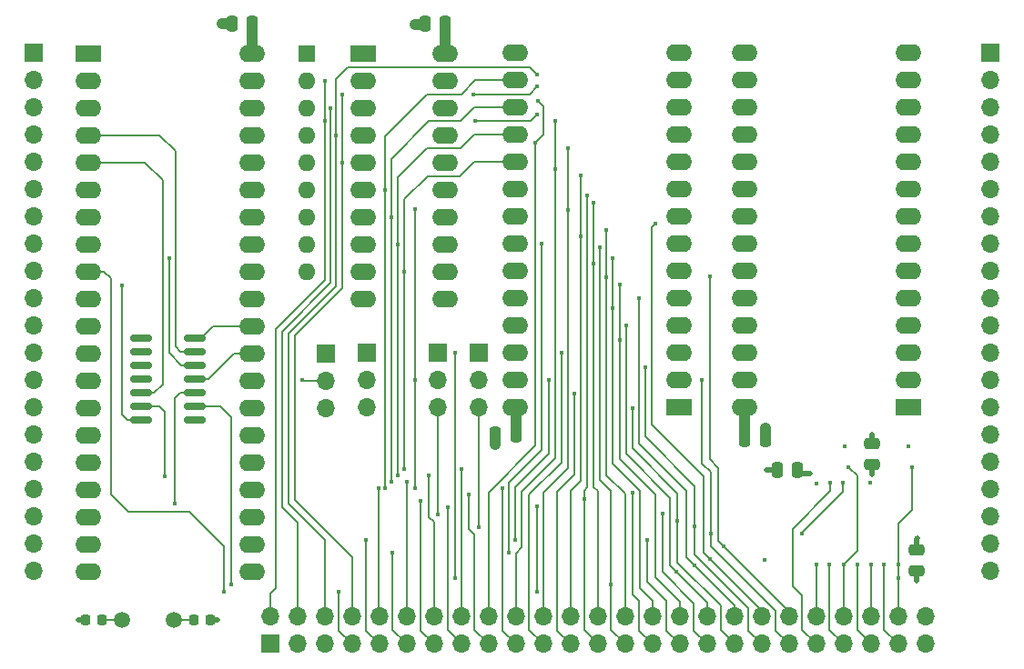
<source format=gbr>
%TF.GenerationSoftware,KiCad,Pcbnew,7.0.7*%
%TF.CreationDate,2023-10-02T10:19:24+01:00*%
%TF.ProjectId,8052-MCU,38303532-2d4d-4435-952e-6b696361645f,0.1*%
%TF.SameCoordinates,Original*%
%TF.FileFunction,Copper,L4,Bot*%
%TF.FilePolarity,Positive*%
%FSLAX46Y46*%
G04 Gerber Fmt 4.6, Leading zero omitted, Abs format (unit mm)*
G04 Created by KiCad (PCBNEW 7.0.7) date 2023-10-02 10:19:24*
%MOMM*%
%LPD*%
G01*
G04 APERTURE LIST*
G04 Aperture macros list*
%AMRoundRect*
0 Rectangle with rounded corners*
0 $1 Rounding radius*
0 $2 $3 $4 $5 $6 $7 $8 $9 X,Y pos of 4 corners*
0 Add a 4 corners polygon primitive as box body*
4,1,4,$2,$3,$4,$5,$6,$7,$8,$9,$2,$3,0*
0 Add four circle primitives for the rounded corners*
1,1,$1+$1,$2,$3*
1,1,$1+$1,$4,$5*
1,1,$1+$1,$6,$7*
1,1,$1+$1,$8,$9*
0 Add four rect primitives between the rounded corners*
20,1,$1+$1,$2,$3,$4,$5,0*
20,1,$1+$1,$4,$5,$6,$7,0*
20,1,$1+$1,$6,$7,$8,$9,0*
20,1,$1+$1,$8,$9,$2,$3,0*%
G04 Aperture macros list end*
%TA.AperFunction,ComponentPad*%
%ADD10R,2.400000X1.600000*%
%TD*%
%TA.AperFunction,ComponentPad*%
%ADD11O,2.400000X1.600000*%
%TD*%
%TA.AperFunction,ComponentPad*%
%ADD12R,1.700000X1.700000*%
%TD*%
%TA.AperFunction,ComponentPad*%
%ADD13O,1.700000X1.700000*%
%TD*%
%TA.AperFunction,ComponentPad*%
%ADD14R,1.600000X1.600000*%
%TD*%
%TA.AperFunction,ComponentPad*%
%ADD15O,1.600000X1.600000*%
%TD*%
%TA.AperFunction,ComponentPad*%
%ADD16C,1.500000*%
%TD*%
%TA.AperFunction,SMDPad,CuDef*%
%ADD17RoundRect,0.250000X-0.475000X0.250000X-0.475000X-0.250000X0.475000X-0.250000X0.475000X0.250000X0*%
%TD*%
%TA.AperFunction,SMDPad,CuDef*%
%ADD18RoundRect,0.150000X0.825000X0.150000X-0.825000X0.150000X-0.825000X-0.150000X0.825000X-0.150000X0*%
%TD*%
%TA.AperFunction,SMDPad,CuDef*%
%ADD19RoundRect,0.250000X0.475000X-0.250000X0.475000X0.250000X-0.475000X0.250000X-0.475000X-0.250000X0*%
%TD*%
%TA.AperFunction,SMDPad,CuDef*%
%ADD20RoundRect,0.225000X-0.225000X-0.250000X0.225000X-0.250000X0.225000X0.250000X-0.225000X0.250000X0*%
%TD*%
%TA.AperFunction,SMDPad,CuDef*%
%ADD21RoundRect,0.250000X0.250000X0.475000X-0.250000X0.475000X-0.250000X-0.475000X0.250000X-0.475000X0*%
%TD*%
%TA.AperFunction,SMDPad,CuDef*%
%ADD22RoundRect,0.225000X0.225000X0.250000X-0.225000X0.250000X-0.225000X-0.250000X0.225000X-0.250000X0*%
%TD*%
%TA.AperFunction,SMDPad,CuDef*%
%ADD23RoundRect,0.250000X-0.250000X-0.475000X0.250000X-0.475000X0.250000X0.475000X-0.250000X0.475000X0*%
%TD*%
%TA.AperFunction,ViaPad*%
%ADD24C,0.450000*%
%TD*%
%TA.AperFunction,ViaPad*%
%ADD25C,0.650000*%
%TD*%
%TA.AperFunction,Conductor*%
%ADD26C,0.200000*%
%TD*%
%TA.AperFunction,Conductor*%
%ADD27C,0.500000*%
%TD*%
%TA.AperFunction,Conductor*%
%ADD28C,1.000000*%
%TD*%
G04 APERTURE END LIST*
D10*
%TO.P,U2,1,OE*%
%TO.N,GND*%
X86650000Y-54975000D03*
D11*
%TO.P,U2,2,D0*%
%TO.N,/D0*%
X86650000Y-57515000D03*
%TO.P,U2,3,D1*%
%TO.N,/D1*%
X86650000Y-60055000D03*
%TO.P,U2,4,D2*%
%TO.N,/D2*%
X86650000Y-62595000D03*
%TO.P,U2,5,D3*%
%TO.N,/D3*%
X86650000Y-65135000D03*
%TO.P,U2,6,D4*%
%TO.N,/D4*%
X86650000Y-67675000D03*
%TO.P,U2,7,D5*%
%TO.N,/D5*%
X86650000Y-70215000D03*
%TO.P,U2,8,D6*%
%TO.N,/D6*%
X86650000Y-72755000D03*
%TO.P,U2,9,D7*%
%TO.N,/D7*%
X86650000Y-75295000D03*
%TO.P,U2,10,GND*%
%TO.N,GND*%
X86650000Y-77835000D03*
%TO.P,U2,11,Load*%
%TO.N,/~{LD}*%
X94270000Y-77835000D03*
%TO.P,U2,12,Q7*%
%TO.N,/A7*%
X94270000Y-75295000D03*
%TO.P,U2,13,Q6*%
%TO.N,/A6*%
X94270000Y-72755000D03*
%TO.P,U2,14,Q5*%
%TO.N,/A5*%
X94270000Y-70215000D03*
%TO.P,U2,15,Q4*%
%TO.N,/A4*%
X94270000Y-67675000D03*
%TO.P,U2,16,Q3*%
%TO.N,/A3*%
X94270000Y-65135000D03*
%TO.P,U2,17,Q2*%
%TO.N,/A2*%
X94270000Y-62595000D03*
%TO.P,U2,18,Q1*%
%TO.N,/A1*%
X94270000Y-60055000D03*
%TO.P,U2,19,Q0*%
%TO.N,/A0*%
X94270000Y-57515000D03*
%TO.P,U2,20,VCC*%
%TO.N,+5V*%
X94270000Y-54975000D03*
%TD*%
D12*
%TO.P,JP2,1,A*%
%TO.N,/0000H*%
X93600000Y-82870000D03*
D13*
%TO.P,JP2,2,C*%
%TO.N,/~{RAM}*%
X93600000Y-85410000D03*
%TO.P,JP2,3,B*%
%TO.N,/A15*%
X93600000Y-87950000D03*
%TD*%
D10*
%TO.P,U1,1,P1.0*%
%TO.N,/P1.0*%
X61100000Y-55000000D03*
D11*
%TO.P,U1,2,P1.1*%
%TO.N,/P1.1*%
X61100000Y-57540000D03*
%TO.P,U1,3,P1.2*%
%TO.N,/P1.2{slash}PWM*%
X61100000Y-60080000D03*
%TO.P,U1,4,P1.3*%
%TO.N,/P1.3{slash}~{ALEDIS}*%
X61100000Y-62620000D03*
%TO.P,U1,5,P1.4*%
%TO.N,/P1.4{slash}~{PMGPULSE}*%
X61100000Y-65160000D03*
%TO.P,U1,6,P1.5*%
%TO.N,/P1.5{slash}~{PGMEN}*%
X61100000Y-67700000D03*
%TO.P,U1,7,P1.6*%
%TO.N,/P1.6{slash}~{DMA_ACK}*%
X61100000Y-70240000D03*
%TO.P,U1,8,P1.7*%
%TO.N,/P1.7{slash}~{LTP}*%
X61100000Y-72780000D03*
%TO.P,U1,9,RST/VPP*%
%TO.N,/RESET*%
X61100000Y-75320000D03*
%TO.P,U1,10,P3.0*%
%TO.N,/P3.0{slash}RXD*%
X61100000Y-77860000D03*
%TO.P,U1,11,P3.1*%
%TO.N,/P3.1{slash}TXD*%
X61100000Y-80400000D03*
%TO.P,U1,12,P3.2*%
%TO.N,/P3.2{slash}~{INT0}*%
X61100000Y-82940000D03*
%TO.P,U1,13,P3.3*%
%TO.N,/P3.3{slash}~{INT1}*%
X61100000Y-85480000D03*
%TO.P,U1,14,P3.4*%
%TO.N,/P3.4{slash}T0*%
X61100000Y-88020000D03*
%TO.P,U1,15,P3.5*%
%TO.N,/P3.5{slash}T1*%
X61100000Y-90560000D03*
%TO.P,U1,16,(~{WR})P3.6*%
%TO.N,/~{WR}*%
X61100000Y-93100000D03*
%TO.P,U1,17,(~{RD})P3.7*%
%TO.N,/~{RD}*%
X61100000Y-95640000D03*
%TO.P,U1,18,XTAL2*%
%TO.N,Net-(U1-XTAL2)*%
X61100000Y-98180000D03*
%TO.P,U1,19,XTAL1*%
%TO.N,Net-(U1-XTAL1)*%
X61100000Y-100720000D03*
%TO.P,U1,20,GND*%
%TO.N,GND*%
X61100000Y-103260000D03*
%TO.P,U1,21,P2.0*%
%TO.N,/A8*%
X76340000Y-103260000D03*
%TO.P,U1,22,P2.1*%
%TO.N,/A9*%
X76340000Y-100720000D03*
%TO.P,U1,23,P2.2*%
%TO.N,/A10*%
X76340000Y-98180000D03*
%TO.P,U1,24,P2.3*%
%TO.N,/A11*%
X76340000Y-95640000D03*
%TO.P,U1,25,P2.4*%
%TO.N,/A12*%
X76340000Y-93100000D03*
%TO.P,U1,26,P2.5*%
%TO.N,/A13*%
X76340000Y-90560000D03*
%TO.P,U1,27,P2.6*%
%TO.N,/A14*%
X76340000Y-88020000D03*
%TO.P,U1,28,P2.7*%
%TO.N,/A15*%
X76340000Y-85480000D03*
%TO.P,U1,29,~{PSEN}*%
%TO.N,/~{PSEN}*%
X76340000Y-82940000D03*
%TO.P,U1,30,ALE/~{PROG}*%
%TO.N,/ALE*%
X76340000Y-80400000D03*
%TO.P,U1,31,~{EA}/VPP*%
%TO.N,/~{EA}*%
X76340000Y-77860000D03*
%TO.P,U1,32,P0.7*%
%TO.N,/D7*%
X76340000Y-75320000D03*
%TO.P,U1,33,P0.6*%
%TO.N,/D6*%
X76340000Y-72780000D03*
%TO.P,U1,34,P0.5*%
%TO.N,/D5*%
X76340000Y-70240000D03*
%TO.P,U1,35,P0.4*%
%TO.N,/D4*%
X76340000Y-67700000D03*
%TO.P,U1,36,P0.3*%
%TO.N,/D3*%
X76340000Y-65160000D03*
%TO.P,U1,37,P0.2*%
%TO.N,/D2*%
X76340000Y-62620000D03*
%TO.P,U1,38,P0.1*%
%TO.N,/D1*%
X76340000Y-60080000D03*
%TO.P,U1,39,P0.0*%
%TO.N,/D0*%
X76340000Y-57540000D03*
%TO.P,U1,40,VCC*%
%TO.N,+5V*%
X76340000Y-55000000D03*
%TD*%
D12*
%TO.P,JP4,1,A*%
%TO.N,+5V*%
X97400000Y-82870000D03*
D13*
%TO.P,JP4,2,C*%
%TO.N,/A13{slash}RAM*%
X97400000Y-85410000D03*
%TO.P,JP4,3,B*%
%TO.N,/A13*%
X97400000Y-87950000D03*
%TD*%
D10*
%TO.P,U4,1,A14*%
%TO.N,/A14*%
X137375000Y-87975000D03*
D11*
%TO.P,U4,2,A12*%
%TO.N,/A12*%
X137375000Y-85435000D03*
%TO.P,U4,3,A7*%
%TO.N,/A7*%
X137375000Y-82895000D03*
%TO.P,U4,4,A6*%
%TO.N,/A6*%
X137375000Y-80355000D03*
%TO.P,U4,5,A5*%
%TO.N,/A5*%
X137375000Y-77815000D03*
%TO.P,U4,6,A4*%
%TO.N,/A4*%
X137375000Y-75275000D03*
%TO.P,U4,7,A3*%
%TO.N,/A3*%
X137375000Y-72735000D03*
%TO.P,U4,8,A2*%
%TO.N,/A2*%
X137375000Y-70195000D03*
%TO.P,U4,9,A1*%
%TO.N,/A1*%
X137375000Y-67655000D03*
%TO.P,U4,10,A0*%
%TO.N,/A0*%
X137375000Y-65115000D03*
%TO.P,U4,11,D0*%
%TO.N,/D0*%
X137375000Y-62575000D03*
%TO.P,U4,12,D1*%
%TO.N,/D1*%
X137375000Y-60035000D03*
%TO.P,U4,13,D2*%
%TO.N,/D2*%
X137375000Y-57495000D03*
%TO.P,U4,14,GND*%
%TO.N,GND*%
X137375000Y-54955000D03*
%TO.P,U4,15,D3*%
%TO.N,/D3*%
X122135000Y-54955000D03*
%TO.P,U4,16,D4*%
%TO.N,/D4*%
X122135000Y-57495000D03*
%TO.P,U4,17,D5*%
%TO.N,/D5*%
X122135000Y-60035000D03*
%TO.P,U4,18,D6*%
%TO.N,/D6*%
X122135000Y-62575000D03*
%TO.P,U4,19,D7*%
%TO.N,/D7*%
X122135000Y-65115000D03*
%TO.P,U4,20,~{CE}*%
%TO.N,/~{NVRAM}*%
X122135000Y-67655000D03*
%TO.P,U4,21,A10*%
%TO.N,/A10*%
X122135000Y-70195000D03*
%TO.P,U4,22,~{OE}*%
%TO.N,/RD_ANY*%
X122135000Y-72735000D03*
%TO.P,U4,23,A11*%
%TO.N,/A11*%
X122135000Y-75275000D03*
%TO.P,U4,24,A9*%
%TO.N,/A9*%
X122135000Y-77815000D03*
%TO.P,U4,25,A8*%
%TO.N,/A8*%
X122135000Y-80355000D03*
%TO.P,U4,26,A13*%
%TO.N,/A13*%
X122135000Y-82895000D03*
%TO.P,U4,27,~{WE}*%
%TO.N,/~{WR_NVRAM}*%
X122135000Y-85435000D03*
%TO.P,U4,28,VCC*%
%TO.N,+5V*%
X122135000Y-87975000D03*
%TD*%
D12*
%TO.P,J3,1,Pin_1*%
%TO.N,unconnected-(J3-Pin_1-Pad1)*%
X145000000Y-54940000D03*
D13*
%TO.P,J3,2,Pin_2*%
%TO.N,unconnected-(J3-Pin_2-Pad2)*%
X145000000Y-57480000D03*
%TO.P,J3,3,Pin_3*%
%TO.N,unconnected-(J3-Pin_3-Pad3)*%
X145000000Y-60020000D03*
%TO.P,J3,4,Pin_4*%
%TO.N,unconnected-(J3-Pin_4-Pad4)*%
X145000000Y-62560000D03*
%TO.P,J3,5,Pin_5*%
%TO.N,unconnected-(J3-Pin_5-Pad5)*%
X145000000Y-65100000D03*
%TO.P,J3,6,Pin_6*%
%TO.N,unconnected-(J3-Pin_6-Pad6)*%
X145000000Y-67640000D03*
%TO.P,J3,7,Pin_7*%
%TO.N,unconnected-(J3-Pin_7-Pad7)*%
X145000000Y-70180000D03*
%TO.P,J3,8,Pin_8*%
%TO.N,unconnected-(J3-Pin_8-Pad8)*%
X145000000Y-72720000D03*
%TO.P,J3,9,Pin_9*%
%TO.N,unconnected-(J3-Pin_9-Pad9)*%
X145000000Y-75260000D03*
%TO.P,J3,10,Pin_10*%
%TO.N,unconnected-(J3-Pin_10-Pad10)*%
X145000000Y-77800000D03*
%TO.P,J3,11,Pin_11*%
%TO.N,unconnected-(J3-Pin_11-Pad11)*%
X145000000Y-80340000D03*
%TO.P,J3,12,Pin_12*%
%TO.N,unconnected-(J3-Pin_12-Pad12)*%
X145000000Y-82880000D03*
%TO.P,J3,13,Pin_13*%
%TO.N,unconnected-(J3-Pin_13-Pad13)*%
X145000000Y-85420000D03*
%TO.P,J3,14,Pin_14*%
%TO.N,unconnected-(J3-Pin_14-Pad14)*%
X145000000Y-87960000D03*
%TO.P,J3,15,Pin_15*%
%TO.N,unconnected-(J3-Pin_15-Pad15)*%
X145000000Y-90500000D03*
%TO.P,J3,16,Pin_16*%
%TO.N,unconnected-(J3-Pin_16-Pad16)*%
X145000000Y-93040000D03*
%TO.P,J3,17,Pin_17*%
%TO.N,unconnected-(J3-Pin_17-Pad17)*%
X145000000Y-95580000D03*
%TO.P,J3,18,Pin_18*%
%TO.N,unconnected-(J3-Pin_18-Pad18)*%
X145000000Y-98120000D03*
%TO.P,J3,19,Pin_19*%
%TO.N,unconnected-(J3-Pin_19-Pad19)*%
X145000000Y-100660000D03*
%TO.P,J3,20,Pin_20*%
%TO.N,unconnected-(J3-Pin_20-Pad20)*%
X145000000Y-103200000D03*
%TD*%
D12*
%TO.P,J2,1,Pin_1*%
%TO.N,/P1.0*%
X56000000Y-54950000D03*
D13*
%TO.P,J2,2,Pin_2*%
%TO.N,/P1.1*%
X56000000Y-57490000D03*
%TO.P,J2,3,Pin_3*%
%TO.N,/P1.2{slash}PWM*%
X56000000Y-60030000D03*
%TO.P,J2,4,Pin_4*%
%TO.N,/P1.3{slash}~{ALEDIS}*%
X56000000Y-62570000D03*
%TO.P,J2,5,Pin_5*%
%TO.N,/P1.4{slash}~{PMGPULSE}*%
X56000000Y-65110000D03*
%TO.P,J2,6,Pin_6*%
%TO.N,/P1.5{slash}~{PGMEN}*%
X56000000Y-67650000D03*
%TO.P,J2,7,Pin_7*%
%TO.N,/P1.6{slash}~{DMA_ACK}*%
X56000000Y-70190000D03*
%TO.P,J2,8,Pin_8*%
%TO.N,/P1.7{slash}~{LTP}*%
X56000000Y-72730000D03*
%TO.P,J2,9,Pin_9*%
%TO.N,GND*%
X56000000Y-75270000D03*
%TO.P,J2,10,Pin_10*%
%TO.N,/P3.0{slash}RXD*%
X56000000Y-77810000D03*
%TO.P,J2,11,Pin_11*%
%TO.N,/P3.1{slash}TXD*%
X56000000Y-80350000D03*
%TO.P,J2,12,Pin_12*%
%TO.N,/P3.2{slash}~{INT0}*%
X56000000Y-82890000D03*
%TO.P,J2,13,Pin_13*%
%TO.N,/P3.3{slash}~{INT1}*%
X56000000Y-85430000D03*
%TO.P,J2,14,Pin_14*%
%TO.N,/P3.4{slash}T0*%
X56000000Y-87970000D03*
%TO.P,J2,15,Pin_15*%
%TO.N,/P3.5{slash}T1*%
X56000000Y-90510000D03*
%TO.P,J2,16,Pin_16*%
%TO.N,/~{WR}*%
X56000000Y-93050000D03*
%TO.P,J2,17,Pin_17*%
%TO.N,/~{RD}*%
X56000000Y-95590000D03*
%TO.P,J2,18,Pin_18*%
%TO.N,GND*%
X56000000Y-98130000D03*
%TO.P,J2,19,Pin_19*%
%TO.N,+5V*%
X56000000Y-100670000D03*
%TO.P,J2,20,Pin_20*%
X56000000Y-103210000D03*
%TD*%
D12*
%TO.P,J1,1,Pin_1*%
%TO.N,+5V*%
X78000000Y-110000000D03*
D13*
%TO.P,J1,2,Pin_2*%
%TO.N,/D0*%
X78000000Y-107460000D03*
%TO.P,J1,3,Pin_3*%
%TO.N,GND*%
X80540000Y-110000000D03*
%TO.P,J1,4,Pin_4*%
%TO.N,/D1*%
X80540000Y-107460000D03*
%TO.P,J1,5,Pin_5*%
%TO.N,/CLK_EXT*%
X83080000Y-110000000D03*
%TO.P,J1,6,Pin_6*%
%TO.N,/D2*%
X83080000Y-107460000D03*
%TO.P,J1,7,Pin_7*%
%TO.N,/RESET*%
X85620000Y-110000000D03*
%TO.P,J1,8,Pin_8*%
%TO.N,/D3*%
X85620000Y-107460000D03*
%TO.P,J1,9,Pin_9*%
%TO.N,/~{WR}*%
X88160000Y-110000000D03*
%TO.P,J1,10,Pin_10*%
%TO.N,/D4*%
X88160000Y-107460000D03*
%TO.P,J1,11,Pin_11*%
%TO.N,/~{RD}*%
X90700000Y-110000000D03*
%TO.P,J1,12,Pin_12*%
%TO.N,/D5*%
X90700000Y-107460000D03*
%TO.P,J1,13,Pin_13*%
%TO.N,/ALE*%
X93240000Y-110000000D03*
%TO.P,J1,14,Pin_14*%
%TO.N,/D6*%
X93240000Y-107460000D03*
%TO.P,J1,15,Pin_15*%
%TO.N,/~{PSEN}*%
X95780000Y-110000000D03*
%TO.P,J1,16,Pin_16*%
%TO.N,/D7*%
X95780000Y-107460000D03*
%TO.P,J1,17,Pin_17*%
%TO.N,/~{EA}*%
X98320000Y-110000000D03*
%TO.P,J1,18,Pin_18*%
%TO.N,/A0*%
X98320000Y-107460000D03*
%TO.P,J1,19,Pin_19*%
%TO.N,/~{RAM}*%
X100860000Y-110000000D03*
%TO.P,J1,20,Pin_20*%
%TO.N,/A1*%
X100860000Y-107460000D03*
%TO.P,J1,21,Pin_21*%
%TO.N,/A13{slash}RAM*%
X103400000Y-110000000D03*
%TO.P,J1,22,Pin_22*%
%TO.N,/A2*%
X103400000Y-107460000D03*
%TO.P,J1,23,Pin_23*%
%TO.N,/~{WR_NVRAM}*%
X105940000Y-110000000D03*
%TO.P,J1,24,Pin_24*%
%TO.N,/A3*%
X105940000Y-107460000D03*
%TO.P,J1,25,Pin_25*%
%TO.N,/~{NVRAM}*%
X108480000Y-110000000D03*
%TO.P,J1,26,Pin_26*%
%TO.N,/A4*%
X108480000Y-107460000D03*
%TO.P,J1,27,Pin_27*%
%TO.N,/RD_ANY*%
X111020000Y-110000000D03*
%TO.P,J1,28,Pin_28*%
%TO.N,/A5*%
X111020000Y-107460000D03*
%TO.P,J1,29,Pin_29*%
%TO.N,/CS_EX_ROM*%
X113560000Y-110000000D03*
%TO.P,J1,30,Pin_30*%
%TO.N,/A6*%
X113560000Y-107460000D03*
%TO.P,J1,31,Pin_31*%
%TO.N,/DECODER*%
X116100000Y-110000000D03*
%TO.P,J1,32,Pin_32*%
%TO.N,/A7*%
X116100000Y-107460000D03*
%TO.P,J1,33,Pin_33*%
%TO.N,/A15*%
X118640000Y-110000000D03*
%TO.P,J1,34,Pin_34*%
%TO.N,/A8*%
X118640000Y-107460000D03*
%TO.P,J1,35,Pin_35*%
%TO.N,/A14*%
X121180000Y-110000000D03*
%TO.P,J1,36,Pin_36*%
%TO.N,/A9*%
X121180000Y-107460000D03*
%TO.P,J1,37,Pin_37*%
%TO.N,/A13*%
X123720000Y-110000000D03*
%TO.P,J1,38,Pin_38*%
%TO.N,/A10*%
X123720000Y-107460000D03*
%TO.P,J1,39,Pin_39*%
%TO.N,/A12*%
X126260000Y-110000000D03*
%TO.P,J1,40,Pin_40*%
%TO.N,/A11*%
X126260000Y-107460000D03*
%TO.P,J1,41,Pin_41*%
%TO.N,/E000H*%
X128800000Y-110000000D03*
%TO.P,J1,42,Pin_42*%
%TO.N,/C000H*%
X128800000Y-107460000D03*
%TO.P,J1,43,Pin_43*%
%TO.N,/A000H*%
X131340000Y-110000000D03*
%TO.P,J1,44,Pin_44*%
%TO.N,/8000H*%
X131340000Y-107460000D03*
%TO.P,J1,45,Pin_45*%
%TO.N,/6000H*%
X133880000Y-110000000D03*
%TO.P,J1,46,Pin_46*%
%TO.N,/4000H*%
X133880000Y-107460000D03*
%TO.P,J1,47,Pin_47*%
%TO.N,/2000H*%
X136420000Y-110000000D03*
%TO.P,J1,48,Pin_48*%
%TO.N,/0000H*%
X136420000Y-107460000D03*
%TO.P,J1,49,Pin_49*%
%TO.N,GND*%
X138960000Y-110000000D03*
%TO.P,J1,50,Pin_50*%
%TO.N,+5V*%
X138960000Y-107460000D03*
%TD*%
D12*
%TO.P,JP1,1,A*%
%TO.N,+5V*%
X87000000Y-82910000D03*
D13*
%TO.P,JP1,2,C*%
%TO.N,/~{WR_NVRAM}*%
X87000000Y-85450000D03*
%TO.P,JP1,3,B*%
%TO.N,Net-(JP1-B)*%
X87000000Y-87990000D03*
%TD*%
D14*
%TO.P,RN1,1,common*%
%TO.N,+5V*%
X81400000Y-55025000D03*
D15*
%TO.P,RN1,2,R1*%
%TO.N,/D0*%
X81400000Y-57565000D03*
%TO.P,RN1,3,R2*%
%TO.N,/D1*%
X81400000Y-60105000D03*
%TO.P,RN1,4,R3*%
%TO.N,/D2*%
X81400000Y-62645000D03*
%TO.P,RN1,5,R4*%
%TO.N,/D3*%
X81400000Y-65185000D03*
%TO.P,RN1,6,R5*%
%TO.N,/D4*%
X81400000Y-67725000D03*
%TO.P,RN1,7,R6*%
%TO.N,/D5*%
X81400000Y-70265000D03*
%TO.P,RN1,8,R7*%
%TO.N,/D6*%
X81400000Y-72805000D03*
%TO.P,RN1,9,R8*%
%TO.N,/D7*%
X81400000Y-75345000D03*
%TD*%
D10*
%TO.P,U3,1,A14*%
%TO.N,/A14*%
X116075000Y-87975000D03*
D11*
%TO.P,U3,2,A12*%
%TO.N,/A12*%
X116075000Y-85435000D03*
%TO.P,U3,3,A7*%
%TO.N,/A7*%
X116075000Y-82895000D03*
%TO.P,U3,4,A6*%
%TO.N,/A6*%
X116075000Y-80355000D03*
%TO.P,U3,5,A5*%
%TO.N,/A5*%
X116075000Y-77815000D03*
%TO.P,U3,6,A4*%
%TO.N,/A4*%
X116075000Y-75275000D03*
%TO.P,U3,7,A3*%
%TO.N,/A3*%
X116075000Y-72735000D03*
%TO.P,U3,8,A2*%
%TO.N,/A2*%
X116075000Y-70195000D03*
%TO.P,U3,9,A1*%
%TO.N,/A1*%
X116075000Y-67655000D03*
%TO.P,U3,10,A0*%
%TO.N,/A0*%
X116075000Y-65115000D03*
%TO.P,U3,11,D0*%
%TO.N,/D0*%
X116075000Y-62575000D03*
%TO.P,U3,12,D1*%
%TO.N,/D1*%
X116075000Y-60035000D03*
%TO.P,U3,13,D2*%
%TO.N,/D2*%
X116075000Y-57495000D03*
%TO.P,U3,14,GND*%
%TO.N,GND*%
X116075000Y-54955000D03*
%TO.P,U3,15,D3*%
%TO.N,/D3*%
X100835000Y-54955000D03*
%TO.P,U3,16,D4*%
%TO.N,/D4*%
X100835000Y-57495000D03*
%TO.P,U3,17,D5*%
%TO.N,/D5*%
X100835000Y-60035000D03*
%TO.P,U3,18,D6*%
%TO.N,/D6*%
X100835000Y-62575000D03*
%TO.P,U3,19,D7*%
%TO.N,/D7*%
X100835000Y-65115000D03*
%TO.P,U3,20,~{CE}*%
%TO.N,/~{RAM}*%
X100835000Y-67655000D03*
%TO.P,U3,21,A10*%
%TO.N,/A10*%
X100835000Y-70195000D03*
%TO.P,U3,22,~{OE}*%
%TO.N,/~{RD}*%
X100835000Y-72735000D03*
%TO.P,U3,23,A11*%
%TO.N,/A11*%
X100835000Y-75275000D03*
%TO.P,U3,24,A9*%
%TO.N,/A9*%
X100835000Y-77815000D03*
%TO.P,U3,25,A8*%
%TO.N,/A8*%
X100835000Y-80355000D03*
%TO.P,U3,26,A13*%
%TO.N,/A13{slash}RAM*%
X100835000Y-82895000D03*
%TO.P,U3,27,~{WE}*%
%TO.N,/~{WR}*%
X100835000Y-85435000D03*
%TO.P,U3,28,VCC*%
%TO.N,+5V*%
X100835000Y-87975000D03*
%TD*%
D12*
%TO.P,JP3,1,A*%
%TO.N,+5V*%
X83200000Y-82925000D03*
D13*
%TO.P,JP3,2,C*%
%TO.N,/~{EA}*%
X83200000Y-85465000D03*
%TO.P,JP3,3,B*%
%TO.N,GND*%
X83200000Y-88005000D03*
%TD*%
D16*
%TO.P,Y1,1,1*%
%TO.N,Net-(U1-XTAL2)*%
X69075000Y-107800000D03*
%TO.P,Y1,2,2*%
%TO.N,Net-(U1-XTAL1)*%
X64195000Y-107800000D03*
%TD*%
D17*
%TO.P,C10,1*%
%TO.N,GND*%
X134000000Y-91350000D03*
%TO.P,C10,2*%
%TO.N,+5V*%
X134000000Y-93250000D03*
%TD*%
D18*
%TO.P,U11,1*%
%TO.N,/ALE*%
X70975000Y-81490000D03*
%TO.P,U11,2*%
%TO.N,/P1.3{slash}~{ALEDIS}*%
X70975000Y-82760000D03*
%TO.P,U11,3*%
%TO.N,/~{LD}*%
X70975000Y-84030000D03*
%TO.P,U11,4*%
%TO.N,/~{PSEN}*%
X70975000Y-85300000D03*
%TO.P,U11,5*%
%TO.N,/~{RD}*%
X70975000Y-86570000D03*
%TO.P,U11,6*%
%TO.N,/RD_ANY*%
X70975000Y-87840000D03*
%TO.P,U11,7*%
%TO.N,N/C*%
X70975000Y-89110000D03*
%TO.P,U11,8*%
%TO.N,Net-(JP1-B)*%
X66025000Y-89110000D03*
%TO.P,U11,9*%
%TO.N,/~{WR}*%
X66025000Y-87840000D03*
%TO.P,U11,10*%
%TO.N,/P1.4{slash}~{PMGPULSE}*%
X66025000Y-86570000D03*
%TO.P,U11,11*%
%TO.N,unconnected-(U11-Pad11)*%
X66025000Y-85300000D03*
%TO.P,U11,12*%
%TO.N,unconnected-(U11-Pad12)*%
X66025000Y-84030000D03*
%TO.P,U11,13*%
%TO.N,unconnected-(U11-Pad13)*%
X66025000Y-82760000D03*
%TO.P,U11,14*%
%TO.N,N/C*%
X66025000Y-81490000D03*
%TD*%
D19*
%TO.P,C11,1*%
%TO.N,GND*%
X138100000Y-103150000D03*
%TO.P,C11,2*%
%TO.N,+5V*%
X138100000Y-101250000D03*
%TD*%
D20*
%TO.P,C3,1*%
%TO.N,GND*%
X60800000Y-107800000D03*
%TO.P,C3,2*%
%TO.N,Net-(U1-XTAL1)*%
X62350000Y-107800000D03*
%TD*%
D21*
%TO.P,C6,1*%
%TO.N,GND*%
X124050000Y-90900000D03*
%TO.P,C6,2*%
%TO.N,+5V*%
X122150000Y-90900000D03*
%TD*%
D22*
%TO.P,C4,1*%
%TO.N,GND*%
X72450000Y-107800000D03*
%TO.P,C4,2*%
%TO.N,Net-(U1-XTAL2)*%
X70900000Y-107800000D03*
%TD*%
D23*
%TO.P,C2,1*%
%TO.N,GND*%
X92400000Y-52250000D03*
%TO.P,C2,2*%
%TO.N,+5V*%
X94300000Y-52250000D03*
%TD*%
%TO.P,C12,1*%
%TO.N,GND*%
X125150000Y-93800000D03*
%TO.P,C12,2*%
%TO.N,+5V*%
X127050000Y-93800000D03*
%TD*%
%TO.P,C1,1*%
%TO.N,GND*%
X74450000Y-52250000D03*
%TO.P,C1,2*%
%TO.N,+5V*%
X76350000Y-52250000D03*
%TD*%
%TO.P,C5,1*%
%TO.N,GND*%
X98950000Y-90500000D03*
%TO.P,C5,2*%
%TO.N,+5V*%
X100850000Y-90500000D03*
%TD*%
D24*
%TO.N,/RESET*%
X102800000Y-97200000D03*
X73700000Y-105100000D03*
X102800000Y-105100000D03*
X84400000Y-105100000D03*
%TO.N,/~{WR}*%
X86900000Y-100300000D03*
X103900000Y-85435000D03*
X100800000Y-100300000D03*
X68200000Y-94400000D03*
%TO.N,/~{RD}*%
X89400000Y-101500000D03*
X69150000Y-96900000D03*
X103300000Y-72735000D03*
X100200000Y-101500000D03*
%TO.N,/A8*%
X115800000Y-103300000D03*
X111100000Y-80350000D03*
%TO.N,/A9*%
X117500000Y-102700000D03*
X112300000Y-77815000D03*
%TO.N,/A10*%
X118900000Y-102100000D03*
X113875000Y-70825000D03*
%TO.N,/A11*%
X120200000Y-100900000D03*
X118900000Y-75800000D03*
%TO.N,/A12*%
X119000000Y-99700000D03*
X118200000Y-85400000D03*
%TO.N,/A13*%
X97400000Y-99100000D03*
X117500000Y-99024500D03*
X112900000Y-84200000D03*
%TO.N,/A14*%
X111700000Y-88000000D03*
X115900000Y-98500000D03*
%TO.N,/A15*%
X93600000Y-97900000D03*
X114500000Y-97824500D03*
%TO.N,/~{PSEN}*%
X94500000Y-97300000D03*
%TO.N,/ALE*%
X92000000Y-96700000D03*
%TO.N,/~{EA}*%
X81000000Y-85450000D03*
X96500000Y-96100000D03*
%TO.N,/A0*%
X102700000Y-63300000D03*
X102900000Y-59400000D03*
%TO.N,/A1*%
X104500000Y-65750000D03*
X104500000Y-61300000D03*
%TO.N,/A2*%
X105700000Y-63850000D03*
X105700000Y-69600000D03*
%TO.N,/A3*%
X106900000Y-66400000D03*
X106900000Y-72000000D03*
%TO.N,/A4*%
X108100000Y-68900000D03*
X108100000Y-74600000D03*
%TO.N,/A5*%
X109300000Y-75850000D03*
X109300000Y-71450000D03*
%TO.N,/A6*%
X109900000Y-74050000D03*
X109900000Y-78700000D03*
%TO.N,/A7*%
X110500000Y-81700000D03*
X110500000Y-76550000D03*
%TO.N,/~{LD}*%
X68600000Y-74100000D03*
%TO.N,/~{RAM}*%
X91500000Y-69500000D03*
X91500000Y-85400000D03*
X99600000Y-95500000D03*
X91500000Y-95500000D03*
%TO.N,/D0*%
X83100000Y-61300000D03*
X97100000Y-61300000D03*
X102875500Y-60650000D03*
X83100000Y-57565000D03*
%TO.N,/D1*%
X102850000Y-58100000D03*
X96950000Y-58800000D03*
X83624500Y-60105000D03*
%TO.N,/D2*%
X84149000Y-62595000D03*
X102850000Y-56970500D03*
%TO.N,/D3*%
X84700000Y-65185000D03*
X84700000Y-58800000D03*
%TO.N,/D4*%
X88700000Y-95500000D03*
X88075500Y-95500000D03*
X88700000Y-67675000D03*
%TO.N,/D5*%
X90700000Y-94900000D03*
X89300000Y-94900000D03*
X89300000Y-70215000D03*
%TO.N,/D6*%
X89900000Y-94300000D03*
X89900000Y-72800000D03*
X92800000Y-94300000D03*
%TO.N,/D7*%
X95780000Y-93700000D03*
X90500000Y-93700000D03*
X90500000Y-75300000D03*
%TO.N,GND*%
X128800000Y-95050000D03*
D25*
X91450000Y-52300000D03*
X98950000Y-91450000D03*
D24*
X138100000Y-104100000D03*
D25*
X73500000Y-52250000D03*
D24*
X137350000Y-91550000D03*
X131450000Y-91550000D03*
X73125000Y-107800000D03*
X124150000Y-93800000D03*
D25*
X124050000Y-89900000D03*
D24*
X134000000Y-90500000D03*
X60125000Y-107800000D03*
X133850000Y-95000000D03*
%TO.N,+5V*%
X128200000Y-94100000D03*
X134000000Y-94200000D03*
X124000000Y-102200000D03*
X138200000Y-100100000D03*
%TO.N,/A13{slash}RAM*%
X105100000Y-82895000D03*
%TO.N,/~{NVRAM}*%
X107200000Y-96500000D03*
X107500000Y-68200000D03*
%TO.N,/RD_ANY*%
X74400000Y-104500000D03*
X109700000Y-104500000D03*
X108700000Y-73050000D03*
%TO.N,/~{WR_NVRAM}*%
X106300000Y-86700000D03*
%TO.N,Net-(JP1-B)*%
X64200000Y-76600000D03*
%TO.N,/0000H*%
X136420000Y-102580000D03*
X137700000Y-93500000D03*
X136420000Y-103900000D03*
X95200000Y-103900000D03*
X95200000Y-82850000D03*
%TO.N,/CS_EX_ROM*%
X111700000Y-95900000D03*
%TO.N,/8000H*%
X131800000Y-93500000D03*
X131340000Y-102560000D03*
%TO.N,/E000H*%
X130130000Y-95000000D03*
%TO.N,/C000H*%
X128800000Y-102600000D03*
%TO.N,/A000H*%
X130050000Y-102630000D03*
%TO.N,/6000H*%
X132600000Y-102600000D03*
%TO.N,/4000H*%
X133900000Y-102600000D03*
%TO.N,/2000H*%
X135100000Y-102600000D03*
%TO.N,/DECODER*%
X127500000Y-99700000D03*
X113100000Y-100324500D03*
X131300000Y-95000000D03*
%TD*%
D26*
%TO.N,Net-(U1-XTAL1)*%
X62350000Y-107800000D02*
X64195000Y-107800000D01*
%TO.N,Net-(U1-XTAL2)*%
X70900000Y-107800000D02*
X69075000Y-107800000D01*
%TO.N,/P1.3{slash}~{ALEDIS}*%
X69200000Y-82300000D02*
X69200000Y-64100000D01*
X67720000Y-62620000D02*
X61100000Y-62620000D01*
X70975000Y-82760000D02*
X69660000Y-82760000D01*
X69200000Y-64100000D02*
X67720000Y-62620000D01*
X69660000Y-82760000D02*
X69200000Y-82300000D01*
%TO.N,/P1.4{slash}~{PMGPULSE}*%
X66025000Y-86570000D02*
X67230000Y-86570000D01*
X68000000Y-85800000D02*
X68000000Y-66800000D01*
X66360000Y-65160000D02*
X61100000Y-65160000D01*
X68000000Y-66800000D02*
X66360000Y-65160000D01*
X67230000Y-86570000D02*
X68000000Y-85800000D01*
%TO.N,/RESET*%
X63200000Y-96100000D02*
X63200000Y-75950000D01*
X84400000Y-105100000D02*
X84400000Y-108780000D01*
X70500000Y-97700000D02*
X64800000Y-97700000D01*
X63200000Y-75950000D02*
X62570000Y-75320000D01*
X84400000Y-108780000D02*
X85620000Y-110000000D01*
X73700000Y-100900000D02*
X70500000Y-97700000D01*
X62570000Y-75320000D02*
X61100000Y-75320000D01*
X102800000Y-105100000D02*
X102800000Y-97200000D01*
X73700000Y-105100000D02*
X73700000Y-100900000D01*
X64800000Y-97700000D02*
X63200000Y-96100000D01*
%TO.N,/~{WR}*%
X68200000Y-88350000D02*
X68200000Y-94400000D01*
X100800000Y-95400000D02*
X103900000Y-92300000D01*
X100800000Y-100300000D02*
X100800000Y-95400000D01*
X67690000Y-87840000D02*
X68200000Y-88350000D01*
X103900000Y-92300000D02*
X103900000Y-85435000D01*
X86900000Y-100300000D02*
X86900000Y-108740000D01*
X66025000Y-87840000D02*
X67690000Y-87840000D01*
X86900000Y-108740000D02*
X88160000Y-110000000D01*
%TO.N,/~{RD}*%
X69680000Y-86570000D02*
X70975000Y-86570000D01*
X100200000Y-95000000D02*
X100200000Y-101500000D01*
X69150000Y-87100000D02*
X69680000Y-86570000D01*
X89400000Y-108700000D02*
X90700000Y-110000000D01*
X103300000Y-72735000D02*
X103300000Y-91900000D01*
X89400000Y-101500000D02*
X89400000Y-108700000D01*
X103300000Y-91900000D02*
X100200000Y-95000000D01*
X69150000Y-96900000D02*
X69150000Y-87100000D01*
%TO.N,/A8*%
X115200000Y-96400000D02*
X111100000Y-92300000D01*
X115800000Y-103300000D02*
X115200000Y-102700000D01*
X115800000Y-103300000D02*
X118640000Y-106140000D01*
X118640000Y-106140000D02*
X118640000Y-107460000D01*
X115200000Y-102700000D02*
X115200000Y-96400000D01*
X111100000Y-92300000D02*
X111100000Y-80350000D01*
%TO.N,/A9*%
X117500000Y-102700000D02*
X121180000Y-106380000D01*
X117500000Y-102700000D02*
X116700000Y-101900000D01*
X116700000Y-95700000D02*
X116700000Y-100500000D01*
X121180000Y-106380000D02*
X121180000Y-107460000D01*
X112300000Y-91300000D02*
X116700000Y-95700000D01*
X116700000Y-101900000D02*
X116700000Y-100500000D01*
X112300000Y-77815000D02*
X112300000Y-91300000D01*
%TO.N,/A10*%
X118900000Y-102100000D02*
X123720000Y-106920000D01*
X113500000Y-71200000D02*
X113500000Y-89600000D01*
X123720000Y-106920000D02*
X123720000Y-107460000D01*
X118300000Y-94400000D02*
X118300000Y-101100000D01*
X113875000Y-70825000D02*
X113500000Y-71200000D01*
X118900000Y-102100000D02*
X118300000Y-101500000D01*
X118300000Y-101500000D02*
X118300000Y-101100000D01*
X113500000Y-89600000D02*
X118300000Y-94400000D01*
%TO.N,/A11*%
X126260000Y-106960000D02*
X126260000Y-107460000D01*
X119700000Y-100400000D02*
X120200000Y-100900000D01*
X118900000Y-92800000D02*
X119700000Y-93600000D01*
X119700000Y-93600000D02*
X119700000Y-100400000D01*
X120200000Y-100900000D02*
X126260000Y-106960000D01*
X118900000Y-75800000D02*
X118900000Y-92800000D01*
%TO.N,/A12*%
X125000000Y-108740000D02*
X126260000Y-110000000D01*
X125000000Y-106900000D02*
X125000000Y-108740000D01*
X119000000Y-99700000D02*
X119000000Y-100900000D01*
X118200000Y-93200000D02*
X119000000Y-94000000D01*
X119000000Y-100900000D02*
X125000000Y-106900000D01*
X118200000Y-85400000D02*
X118200000Y-93200000D01*
X119000000Y-94000000D02*
X119000000Y-99700000D01*
%TO.N,/A13*%
X112900000Y-90700000D02*
X117500000Y-95300000D01*
X117500000Y-95300000D02*
X117500000Y-99024500D01*
X122500000Y-106700000D02*
X122500000Y-108780000D01*
X112900000Y-84200000D02*
X112900000Y-90700000D01*
X117500000Y-99024500D02*
X117500000Y-101700000D01*
X122500000Y-108780000D02*
X123720000Y-110000000D01*
X97400000Y-99100000D02*
X97400000Y-87950000D01*
X117500000Y-101700000D02*
X122500000Y-106700000D01*
%TO.N,/A14*%
X115900000Y-96000000D02*
X115900000Y-98500000D01*
X115900000Y-102400000D02*
X119900000Y-106400000D01*
X111700000Y-91800000D02*
X115900000Y-96000000D01*
X111700000Y-88000000D02*
X111700000Y-91800000D01*
X119900000Y-106400000D02*
X119900000Y-108720000D01*
X119900000Y-108720000D02*
X121180000Y-110000000D01*
X115900000Y-98500000D02*
X115900000Y-102400000D01*
%TO.N,/A15*%
X114500000Y-97824500D02*
X114500000Y-103300000D01*
X93600000Y-87950000D02*
X93600000Y-97900000D01*
X114500000Y-103300000D02*
X117400000Y-106200000D01*
X117400000Y-108760000D02*
X118640000Y-110000000D01*
X117400000Y-106200000D02*
X117400000Y-108760000D01*
%TO.N,/~{PSEN}*%
X94500000Y-108720000D02*
X95780000Y-110000000D01*
X76340000Y-82940000D02*
X74660000Y-82940000D01*
X94500000Y-97300000D02*
X94500000Y-108720000D01*
X72300000Y-85300000D02*
X70975000Y-85300000D01*
X74660000Y-82940000D02*
X72300000Y-85300000D01*
%TO.N,/ALE*%
X72700000Y-80400000D02*
X76340000Y-80400000D01*
X92000000Y-96700000D02*
X92000000Y-108760000D01*
X70975000Y-81490000D02*
X71610000Y-81490000D01*
X92000000Y-108760000D02*
X93240000Y-110000000D01*
X71610000Y-81490000D02*
X72700000Y-80400000D01*
%TO.N,/~{EA}*%
X97000000Y-108680000D02*
X98320000Y-110000000D01*
X81015000Y-85465000D02*
X83200000Y-85465000D01*
X96500000Y-99300000D02*
X97000000Y-99800000D01*
X81000000Y-85450000D02*
X81015000Y-85465000D01*
X97000000Y-99800000D02*
X97000000Y-108680000D01*
X96500000Y-96100000D02*
X96500000Y-99300000D01*
%TO.N,/A0*%
X103450000Y-62550000D02*
X103450000Y-59950000D01*
X98320000Y-95880000D02*
X98320000Y-107460000D01*
X103450000Y-59950000D02*
X102900000Y-59400000D01*
X102700000Y-63300000D02*
X102700000Y-91500000D01*
X102700000Y-91500000D02*
X98320000Y-95880000D01*
X102700000Y-63300000D02*
X103450000Y-62550000D01*
%TO.N,/A1*%
X101400000Y-101000000D02*
X100860000Y-101540000D01*
X104500000Y-65750000D02*
X104500000Y-92700000D01*
X104500000Y-92700000D02*
X101400000Y-95800000D01*
X101400000Y-95800000D02*
X101400000Y-101000000D01*
X100860000Y-101540000D02*
X100860000Y-107460000D01*
X104500000Y-61300000D02*
X104500000Y-65750000D01*
%TO.N,/A2*%
X105700000Y-93600000D02*
X103400000Y-95900000D01*
X105700000Y-63850000D02*
X105700000Y-69600000D01*
X103400000Y-95900000D02*
X103400000Y-107460000D01*
X105700000Y-69600000D02*
X105700000Y-93600000D01*
%TO.N,/A3*%
X106900000Y-94800000D02*
X105940000Y-95760000D01*
X106900000Y-66400000D02*
X106900000Y-72000000D01*
X106900000Y-72000000D02*
X106900000Y-94800000D01*
X105940000Y-95760000D02*
X105940000Y-107460000D01*
%TO.N,/A4*%
X108100000Y-68900000D02*
X108100000Y-74600000D01*
X108100000Y-95400000D02*
X108480000Y-95780000D01*
X108480000Y-95780000D02*
X108480000Y-107460000D01*
X108100000Y-74600000D02*
X108100000Y-95400000D01*
%TO.N,/A5*%
X109300000Y-94300000D02*
X111020000Y-96020000D01*
X109300000Y-75850000D02*
X109300000Y-94300000D01*
X111020000Y-96020000D02*
X111020000Y-107460000D01*
X109300000Y-71450000D02*
X109300000Y-75850000D01*
%TO.N,/A6*%
X109900000Y-74050000D02*
X109900000Y-78700000D01*
X113560000Y-105960000D02*
X113560000Y-107460000D01*
X109900000Y-78700000D02*
X109900000Y-93200000D01*
X109900000Y-93200000D02*
X112400000Y-95700000D01*
X112400000Y-95700000D02*
X112400000Y-104800000D01*
X112400000Y-104800000D02*
X113560000Y-105960000D01*
%TO.N,/A7*%
X113800000Y-96100000D02*
X113800000Y-103800000D01*
X110500000Y-81700000D02*
X110500000Y-92800000D01*
X113800000Y-103800000D02*
X116100000Y-106100000D01*
X110500000Y-92800000D02*
X113800000Y-96100000D01*
X110500000Y-76550000D02*
X110500000Y-81700000D01*
X116100000Y-106100000D02*
X116100000Y-107460000D01*
%TO.N,/~{LD}*%
X68600000Y-74100000D02*
X68600000Y-82900000D01*
X69730000Y-84030000D02*
X70975000Y-84030000D01*
X68600000Y-82900000D02*
X69730000Y-84030000D01*
%TO.N,/~{RAM}*%
X99600000Y-95500000D02*
X99600000Y-108740000D01*
X91500000Y-69500000D02*
X91500000Y-85400000D01*
X99600000Y-108740000D02*
X100860000Y-110000000D01*
X91500000Y-85400000D02*
X91500000Y-95500000D01*
%TO.N,/D0*%
X83100000Y-76100000D02*
X83100000Y-61300000D01*
X78500000Y-104800000D02*
X78500000Y-80700000D01*
X102225500Y-61300000D02*
X97100000Y-61300000D01*
X78000000Y-107460000D02*
X78000000Y-105300000D01*
X78000000Y-105300000D02*
X78500000Y-104800000D01*
X83100000Y-61300000D02*
X83100000Y-57565000D01*
X102875500Y-60650000D02*
X102225500Y-61300000D01*
X78500000Y-80700000D02*
X83100000Y-76100000D01*
%TO.N,/D1*%
X80540000Y-98740000D02*
X79100000Y-97300000D01*
X79100000Y-97300000D02*
X79100000Y-80900000D01*
X102850000Y-58100000D02*
X102150000Y-58800000D01*
X102150000Y-58800000D02*
X96950000Y-58800000D01*
X79100000Y-80900000D02*
X83624500Y-76375500D01*
X80540000Y-107460000D02*
X80540000Y-98740000D01*
X83624500Y-76375500D02*
X83624500Y-60105000D01*
%TO.N,/D2*%
X79700000Y-81100000D02*
X84149000Y-76651000D01*
X85250000Y-56250000D02*
X84151000Y-57349000D01*
X84149000Y-57349000D02*
X84149000Y-62595000D01*
X79700000Y-96900000D02*
X79700000Y-81100000D01*
X102129500Y-56250000D02*
X85250000Y-56250000D01*
X102850000Y-56970500D02*
X102129500Y-56250000D01*
X83080000Y-107460000D02*
X83080000Y-100280000D01*
X84151000Y-57349000D02*
X84149000Y-57349000D01*
X83080000Y-100280000D02*
X79700000Y-96900000D01*
X84149000Y-76651000D02*
X84149000Y-62595000D01*
%TO.N,/D3*%
X84700000Y-65185000D02*
X84700000Y-76900000D01*
X84700000Y-76900000D02*
X80300000Y-81300000D01*
X84700000Y-58800000D02*
X84700000Y-65185000D01*
X80300000Y-96600000D02*
X85620000Y-101920000D01*
X85620000Y-101920000D02*
X85620000Y-107460000D01*
X80300000Y-81300000D02*
X80300000Y-96600000D01*
%TO.N,/D4*%
X97105000Y-57495000D02*
X100835000Y-57495000D01*
X88700000Y-62700000D02*
X92600000Y-58800000D01*
X95800000Y-58800000D02*
X97105000Y-57495000D01*
X92600000Y-58800000D02*
X95800000Y-58800000D01*
X88075500Y-95500000D02*
X88075000Y-95500500D01*
X88700000Y-95500000D02*
X88700000Y-67675000D01*
X88075000Y-107375000D02*
X88160000Y-107460000D01*
X88075000Y-95500500D02*
X88075000Y-107375000D01*
X88700000Y-67675000D02*
X88700000Y-62700000D01*
%TO.N,/D5*%
X92800000Y-61300000D02*
X95750000Y-61300000D01*
X97015000Y-60035000D02*
X100835000Y-60035000D01*
X90700000Y-94900000D02*
X90700000Y-107460000D01*
X89300000Y-64800000D02*
X92800000Y-61300000D01*
X95750000Y-61300000D02*
X97015000Y-60035000D01*
X89300000Y-94900000D02*
X89300000Y-70215000D01*
X89300000Y-70215000D02*
X89300000Y-64800000D01*
%TO.N,/D6*%
X89900000Y-66500000D02*
X92550000Y-63850000D01*
X92800000Y-94300000D02*
X92800000Y-98171231D01*
X89900000Y-72800000D02*
X89900000Y-66500000D01*
X92800000Y-98171231D02*
X93240000Y-98611231D01*
X92550000Y-63850000D02*
X95700000Y-63850000D01*
X96975000Y-62575000D02*
X100835000Y-62575000D01*
X89900000Y-94300000D02*
X89900000Y-72800000D01*
X93240000Y-98611231D02*
X93240000Y-107460000D01*
X95700000Y-63850000D02*
X96975000Y-62575000D01*
%TO.N,/D7*%
X92650000Y-66450000D02*
X95650000Y-66450000D01*
X96985000Y-65115000D02*
X100835000Y-65115000D01*
X95780000Y-93700000D02*
X95780000Y-107460000D01*
X95650000Y-66450000D02*
X96985000Y-65115000D01*
X90500000Y-75300000D02*
X90500000Y-68600000D01*
X90500000Y-93700000D02*
X90500000Y-75300000D01*
X90500000Y-68600000D02*
X92650000Y-66450000D01*
D27*
%TO.N,GND*%
X72450000Y-107800000D02*
X73125000Y-107800000D01*
X134000000Y-91350000D02*
X134000000Y-90500000D01*
X125150000Y-93800000D02*
X124150000Y-93800000D01*
D28*
X73500000Y-52250000D02*
X74450000Y-52250000D01*
X91450000Y-52300000D02*
X92400000Y-52300000D01*
X98950000Y-91450000D02*
X98950000Y-90500000D01*
D27*
X138100000Y-103150000D02*
X138100000Y-104100000D01*
D28*
X124050000Y-89900000D02*
X124050000Y-90850000D01*
D27*
X60800000Y-107800000D02*
X60125000Y-107800000D01*
D28*
%TO.N,+5V*%
X100850000Y-87990000D02*
X100835000Y-87975000D01*
X76350000Y-52250000D02*
X76350000Y-54990000D01*
X94300000Y-54945000D02*
X94270000Y-54975000D01*
D27*
X138200000Y-100100000D02*
X138100000Y-100200000D01*
X127350000Y-94100000D02*
X127050000Y-93800000D01*
D28*
X100850000Y-90500000D02*
X100850000Y-87990000D01*
X122150000Y-87990000D02*
X122135000Y-87975000D01*
X94300000Y-52250000D02*
X94300000Y-54945000D01*
X122150000Y-90700000D02*
X122150000Y-87990000D01*
D27*
X134000000Y-93250000D02*
X134000000Y-94200000D01*
D28*
X76350000Y-54990000D02*
X76340000Y-55000000D01*
D27*
X128200000Y-94100000D02*
X127350000Y-94100000D01*
X138100000Y-100200000D02*
X138100000Y-101250000D01*
D26*
%TO.N,/A13{slash}RAM*%
X102100000Y-108700000D02*
X103400000Y-110000000D01*
X105100000Y-82895000D02*
X105100000Y-93100000D01*
X105100000Y-93100000D02*
X102100000Y-96100000D01*
X102100000Y-96100000D02*
X102100000Y-108700000D01*
%TO.N,/~{NVRAM}*%
X107200000Y-108720000D02*
X108480000Y-110000000D01*
X107200000Y-95700000D02*
X107500000Y-95400000D01*
X107200000Y-96500000D02*
X107200000Y-108720000D01*
X107500000Y-95400000D02*
X107500000Y-68200000D01*
X107200000Y-96500000D02*
X107200000Y-95700000D01*
%TO.N,/RD_ANY*%
X108700000Y-94700000D02*
X109700000Y-95700000D01*
X109700000Y-95700000D02*
X109700000Y-104500000D01*
X108700000Y-73050000D02*
X108700000Y-94700000D01*
X74400000Y-88900000D02*
X73340000Y-87840000D01*
X109700000Y-108680000D02*
X111020000Y-110000000D01*
X74400000Y-104500000D02*
X74400000Y-88900000D01*
X73340000Y-87840000D02*
X70975000Y-87840000D01*
X109700000Y-104500000D02*
X109700000Y-108680000D01*
%TO.N,/~{WR_NVRAM}*%
X106300000Y-94200000D02*
X104700000Y-95800000D01*
X104700000Y-95800000D02*
X104700000Y-108760000D01*
X106300000Y-86700000D02*
X106300000Y-94200000D01*
X104700000Y-108760000D02*
X105940000Y-110000000D01*
%TO.N,Net-(JP1-B)*%
X64200000Y-76600000D02*
X64200000Y-88600000D01*
X64710000Y-89110000D02*
X66025000Y-89110000D01*
X64200000Y-88600000D02*
X64710000Y-89110000D01*
%TO.N,/0000H*%
X136420000Y-102580000D02*
X136420000Y-107460000D01*
X136420000Y-98780000D02*
X136420000Y-102580000D01*
X95200000Y-82850000D02*
X95200000Y-103900000D01*
X137700000Y-97500000D02*
X136420000Y-98780000D01*
X137700000Y-93500000D02*
X137700000Y-97500000D01*
%TO.N,/CS_EX_ROM*%
X112300000Y-106000000D02*
X112300000Y-108740000D01*
X112300000Y-108740000D02*
X113560000Y-110000000D01*
X111700000Y-95900000D02*
X111700000Y-105400000D01*
X111700000Y-105400000D02*
X112300000Y-106000000D01*
%TO.N,/8000H*%
X131800000Y-93500000D02*
X132600000Y-94300000D01*
X132600000Y-101300000D02*
X131340000Y-102560000D01*
X132600000Y-94300000D02*
X132600000Y-101300000D01*
X131340000Y-102560000D02*
X131340000Y-107460000D01*
%TO.N,/E000H*%
X130130000Y-95000000D02*
X130130000Y-95770000D01*
X126600000Y-104600000D02*
X127500000Y-105500000D01*
X126600000Y-99300000D02*
X126600000Y-104600000D01*
X127500000Y-108700000D02*
X128800000Y-110000000D01*
X130130000Y-95770000D02*
X126600000Y-99300000D01*
X127500000Y-105500000D02*
X127500000Y-108700000D01*
%TO.N,/C000H*%
X128800000Y-102600000D02*
X128800000Y-107460000D01*
%TO.N,/A000H*%
X130050000Y-108710000D02*
X131340000Y-110000000D01*
X130050000Y-102630000D02*
X130050000Y-108710000D01*
%TO.N,/6000H*%
X132600000Y-102600000D02*
X132600000Y-108720000D01*
X132600000Y-108720000D02*
X133880000Y-110000000D01*
%TO.N,/4000H*%
X133880000Y-102620000D02*
X133880000Y-107460000D01*
X133900000Y-102600000D02*
X133880000Y-102620000D01*
%TO.N,/2000H*%
X135100000Y-102600000D02*
X135100000Y-108680000D01*
X135100000Y-108680000D02*
X136420000Y-110000000D01*
%TO.N,/DECODER*%
X113100000Y-104200000D02*
X114850000Y-105950000D01*
X127500000Y-99600000D02*
X127500000Y-99700000D01*
X131300000Y-95000000D02*
X131300000Y-95800000D01*
X114850000Y-108750000D02*
X116100000Y-110000000D01*
X113100000Y-100324500D02*
X113100000Y-104200000D01*
X114850000Y-105950000D02*
X114850000Y-108750000D01*
X131300000Y-95800000D02*
X127500000Y-99600000D01*
%TD*%
M02*

</source>
